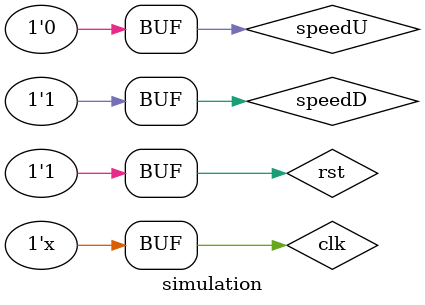
<source format=v>
module simulation;

	// Inputs
	reg clk;
	reg speedD;
	reg rst;
	reg speedU;

	// Outputs
	wire [7:0] segout;
	wire [3:0] segselect;
	wire [2:0] ledout;

	// Instantiate the Unit Under Test (UUT)
	lab5 uut (
		.segout(segout), 
		.segselect(segselect), 
		.ledout(ledout), 
		.clk(clk), 
		.speedD(speedD), 
		.rst(rst), 
		.speedU(speedU)
	);
   always #5 clk=~clk;
	initial begin
		// Initialize Inputs
		clk = 0;
		speedD = 0;
		rst = 0;
		speedU = 0;
		#10 rst = 1;
		#30 speedD = 0;
		    speedU = 1;

		#300 speedD = 1;
		    speedU = 0;
		 // Wait 100 ns for global reset to finish
		#100;
        
		// Add stimulus here

	end
      
endmodule

</source>
